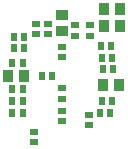
<source format=gbp>
G04*
G04 #@! TF.GenerationSoftware,Altium Limited,Altium Designer,24.4.1 (13)*
G04*
G04 Layer_Color=128*
%FSLAX44Y44*%
%MOMM*%
G71*
G04*
G04 #@! TF.SameCoordinates,84C276BA-1ECB-4C60-8319-21ABD3FB6CDE*
G04*
G04*
G04 #@! TF.FilePolarity,Positive*
G04*
G01*
G75*
%ADD17R,0.6000X0.6400*%
%ADD18R,0.9000X1.0000*%
%ADD31R,1.0000X0.9000*%
%ADD35R,0.6400X0.6000*%
D17*
X622600Y464000D02*
D03*
X631400D02*
D03*
X547600Y481000D02*
D03*
X556400D02*
D03*
X555400Y417000D02*
D03*
X546600D02*
D03*
X571600Y448000D02*
D03*
X580400D02*
D03*
X621600Y474000D02*
D03*
X630400D02*
D03*
X623100Y454000D02*
D03*
X631900D02*
D03*
X555400Y437000D02*
D03*
X546600D02*
D03*
Y427000D02*
D03*
X555400D02*
D03*
Y459000D02*
D03*
X546600D02*
D03*
X631400Y427000D02*
D03*
X622600D02*
D03*
X629400Y417000D02*
D03*
X620600D02*
D03*
X547600Y472000D02*
D03*
X556400D02*
D03*
D18*
X543250Y448000D02*
D03*
X556750D02*
D03*
X624250Y505000D02*
D03*
X637750D02*
D03*
Y491000D02*
D03*
X624250D02*
D03*
X637000Y440500D02*
D03*
X623500D02*
D03*
D31*
X588500Y486750D02*
D03*
Y500250D02*
D03*
D35*
X611250Y415400D02*
D03*
Y406600D02*
D03*
X577000Y483600D02*
D03*
Y492400D02*
D03*
X567000D02*
D03*
Y483600D02*
D03*
X612000Y482600D02*
D03*
Y491400D02*
D03*
X600000D02*
D03*
Y482600D02*
D03*
X565000Y392600D02*
D03*
Y401400D02*
D03*
X588500Y464100D02*
D03*
Y472900D02*
D03*
Y410100D02*
D03*
Y418900D02*
D03*
Y437900D02*
D03*
Y429100D02*
D03*
M02*

</source>
